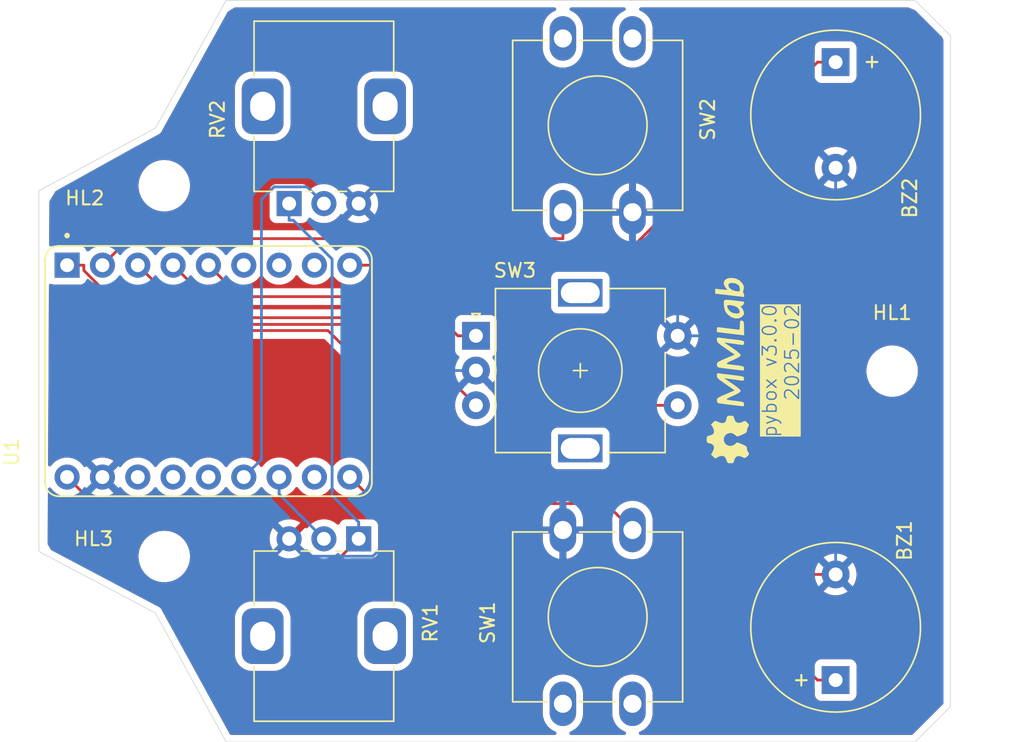
<source format=kicad_pcb>
(kicad_pcb (version 20240108) (generator "pcbnew") (generator_version "8.0")
  (layers (0 "F.Cu" signal) (31 "B.Cu" signal) (34 "B.Paste" user) (35 "F.Paste" user) (36 "B.SilkS" user "B.Silkscreen") (37 "F.SilkS" user "F.Silkscreen") (38 "B.Mask" user) (39 "F.Mask" user) (44 "Edge.Cuts" user))
  (net 0 "")
  (net 1 "VCC")
  (net 2 "Net-(U1-GP26)")
  (net 3 "GND")
  (net 4 "Net-(U1-GP27)")
  (net 6 "Net-(U1-GP0)")
  (net 8 "Net-(U1-GP1)")
  (net 11 "Net-(U1-GP4)")
  (net 13 "Net-(BZ1-+)")
  (net 15 "Net-(U1-GP2)")
  (net 16 "Net-(BZ2-+)")
  (net 18 "Net-(U1-GP3)")
  (footprint "Potentiometer_THT:Potentiometer_Alps_RK09K_Single_Vertical" (layer "F.Cu") (at 196.3 76.85 90)
    (property "Reference" "RV2" (at 6.05 -5.15 90) (layer "F.SilkS"))
    (property "Value" "R_Potentiometer")
    (fp_line (start 13.12 -2.521) (end 13.12 7.52) (stroke (width 0.12)) (layer "F.SilkS"))
    (fp_line (start 9.184 -2.521) (end 13.12 -2.521) (stroke (width 0.12)) (layer "F.SilkS"))
    (fp_line (start 0.88 -2.521) (end 4.817 -2.521) (stroke (width 0.12)) (layer "F.SilkS"))
    (fp_line (start 0.88 -2.521) (end 0.88 -1.2) (stroke (width 0.12)) (layer "F.SilkS"))
    (fp_line (start 0.88 1.25) (end 0.88 1.63) (stroke (width 0.12)) (layer "F.SilkS"))
    (fp_line (start 0.88 3.371) (end 0.88 4.13) (stroke (width 0.12)) (layer "F.SilkS"))
    (fp_line (start 0.88 5.87) (end 0.88 7.52) (stroke (width 0.12)) (layer "F.SilkS"))
    (fp_line (start 9.184 7.52) (end 13.12 7.52) (stroke (width 0.12)) (layer "F.SilkS"))
    (fp_line (start 0.88 7.52) (end 4.817 7.52) (stroke (width 0.12)) (layer "F.SilkS"))
    (pad "1" thru_hole rect (at 0 0 90) (size 1.8 1.8) (drill 1) (layers "*.Cu" "*.Mask") (net 1 "VCC"))
    (pad "2" thru_hole circle (at 0 2.5 90) (size 1.8 1.8) (drill 1) (layers "*.Cu" "*.Mask") (net 4 "Net-(U1-GP27)"))
    (pad "3" thru_hole circle (at 0 5 90) (size 1.8 1.8) (drill 1) (layers "*.Cu" "*.Mask") (net 3 "GND"))
    (pad "MP" thru_hole roundrect (at 7 -1.9 90) (size 4 3) (drill oval 2.1 1.8) (layers "*.Cu" "*.Mask"))
    (pad "MP" thru_hole roundrect (at 7 6.9 90) (size 4 3) (drill oval 2.1 1.8) (layers "*.Cu" "*.Mask"))
  )
  (footprint "MuComponents:OHMMLab" (layer "F.Cu") (at 227.965 88.860001 90)
    (property "Reference" "G***" (hide yes))
    (property "Value" "LOGO" (hide yes))
    (fp_poly (pts (xy 3.07106 -0.903536) (xy 3.121446 -0.869843) (xy 3.114258 -0.793504) (xy 3.094682 -0.621236) (xy 3.065705 -0.378551) (xy 3.030312 -0.09096) (xy 3.030128 -0.089481) (xy 2.994683 0.197991) (xy 2.965569 0.440408) (xy 2.945782 0.612358) (xy 2.938322 0.688433) (xy 2.938321 0.688554) (xy 2.993393 0.713693) (xy 3.135971 0.730366) (xy 3.274458 0.734458) (xy 3.47865 0.741868) (xy 3.581368 0.773657) (xy 3.603139 0.844163) (xy 3.573934 0.943669) (xy 3.530227 0.993446) (xy 3.430317 1.023331) (xy 3.250642 1.037549) (xy 3.034032 1.040482) (xy 2.53128 1.040482) (xy 2.580031 0.627349) (xy 2.611197 0.366705) (xy 2.650283 0.044662) (xy 2.689989 -0.278717) (xy 2.699057 -0.351928) (xy 2.769331 -0.918072) (xy 2.945389 -0.918072)) (fill solid) (layer "F.SilkS"))
    (fp_poly (pts (xy 5.839719 -0.600489) (xy 5.796364 -0.160497) (xy 5.966677 -0.294465) (xy 6.185475 -0.4114) (xy 6.381988 -0.415612) (xy 6.539478 -0.316665) (xy 6.641203 -0.12412) (xy 6.671326 0.108063) (xy 6.62099 0.448687) (xy 6.476629 0.730313) (xy 6.248208 0.934214) (xy 6.224491 0.947771) (xy 6.059392 1.02333) (xy 5.92933 1.031948) (xy 5.817316 0.999091) (xy 5.673626 0.964266) (xy 5.596894 0.984693) (xy 5.514682 1.029313) (xy 5.426347 1.040482) (xy 5.290279 1.040482) (xy 5.336571 0.639951) (xy 5.69349 0.639951) (xy 5.715014 0.713218) (xy 5.795159 0.733519) (xy 5.863232 0.734458) (xy 6.030038 0.704052) (xy 6.146621 0.638371) (xy 6.263938 0.439027) (xy 6.299778 0.171791) (xy 6.293574 0.083901) (xy 6.255887 -0.046308) (xy 6.163489 -0.090287) (xy 6.127087 -0.091807) (xy 5.967587 -0.034754) (xy 5.831353 0.120031) (xy 5.736307 0.347989) (xy 5.71011 0.479636) (xy 5.69349 0.639951) (xy 5.336571 0.639951) (xy 5.410535 0) (xy 5.530791 -1.040482) (xy 5.706933 -1.040482) (xy 5.883075 -1.040482)) (fill solid) (layer "F.SilkS"))
    (fp_poly (pts (xy 4.947407 -0.417522) (xy 5.05659 -0.38524) (xy 5.085105 -0.323425) (xy 5.09099 -0.184239) (xy 5.073971 0.047658) (xy 5.044212 0.306024) (xy 5.010644 0.575492) (xy 4.983308 0.799489) (xy 4.965543 0.950364) (xy 4.960513 0.998835) (xy 4.917242 1.047499) (xy 4.824443 1.031096) (xy 4.722395 0.96774) (xy 4.651373 0.875548) (xy 4.644875 0.856867) (xy 4.612695 0.770012) (xy 4.596463 0.77879) (xy 4.538853 0.859723) (xy 4.407327 0.946323) (xy 4.246723 1.014558) (xy 4.108205 1.040482) (xy 3.988493 0.995053) (xy 3.865086 0.885138) (xy 3.860346 0.879216) (xy 3.75183 0.649701) (xy 3.748564 0.492599) (xy 4.10194 0.492599) (xy 4.116606 0.644657) (xy 4.144108 0.696236) (xy 4.253685 0.729325) (xy 4.396212 0.678463) (xy 4.532573 0.558648) (xy 4.545048 0.542534) (xy 4.615458 0.407448) (xy 4.669939 0.23178) (xy 4.702657 0.051612) (xy 4.707783 -0.096975) (xy 4.679485 -0.177901) (xy 4.662406 -0.183615) (xy 4.486294 -0.135671) (xy 4.308615 -0.01647) (xy 4.18794 0.131286) (xy 4.127003 0.304915) (xy 4.10194 0.492599) (xy 3.748564 0.492599) (xy 3.746422 0.389547) (xy 3.837587 0.12254) (xy 4.018786 -0.127536) (xy 4.174691 -0.264548) (xy 4.325187 -0.336408) (xy 4.533731 -0.389907) (xy 4.755934 -0.41897)) (fill solid) (layer "F.SilkS"))
    (fp_poly (pts (xy 2.331668 -0.910206) (xy 2.376715 -0.862882) (xy 2.370292 -0.740517) (xy 2.362545 -0.688554) (xy 2.339215 -0.521426) (xy 2.307859 -0.276999) (xy 2.274113 0.000379) (xy 2.263387 0.091807) (xy 2.221354 0.449928) (xy 2.188385 0.704239) (xy 2.159291 0.872506) (xy 2.128884 0.972498) (xy 2.091976 1.021982) (xy 2.043381 1.038724) (xy 1.986384 1.040482) (xy 1.904143 1.035243) (xy 1.858014 1.003667) (xy 1.843686 0.921967) (xy 1.856848 0.766357) (xy 1.892113 0.520241) (xy 1.930191 0.262634) (xy 1.967588 0.004028) (xy 1.985443 -0.12241) (xy 2.023729 -0.397831) (xy 1.623 0.198916) (xy 1.409837 0.501046) (xy 1.246602 0.698635) (xy 1.135187 0.789481) (xy 1.109705 0.795663) (xy 1.038563 0.761324) (xy 0.953513 0.648915) (xy 0.845506 0.444349) (xy 0.750183 0.23603) (xy 0.636592 -0.017638) (xy 0.557937 -0.167795) (xy 0.504638 -0.210874) (xy 0.467111 -0.143307) (xy 0.435775 0.038475) (xy 0.401047 0.338039) (xy 0.397832 0.367229) (xy 0.362954 0.661998) (xy 0.330754 0.855729) (xy 0.29347 0.969349) (xy 0.243341 1.023784) (xy 0.172608 1.039959) (xy 0.148149 1.040482) (xy 0.035389 1.025141) (xy 0 0.997047) (xy 0.007343 0.905488) (xy 0.027059 0.720968) (xy 0.05568 0.471903) (xy 0.089738 0.186711) (xy 0.125762 -0.106189) (xy 0.160285 -0.378381) (xy 0.189839 -0.601446) (xy 0.210954 -0.746966) (xy 0.216948 -0.780362) (xy 0.275286 -0.885728) (xy 0.408246 -0.91794) (xy 0.422063 -0.918072) (xy 0.493103 -0.913897) (xy 0.552701 -0.890798) (xy 0.610558 -0.832911) (xy 0.676375 -0.724377) (xy 0.759853 -0.549333) (xy 0.870693 -0.291918) (xy 1.01036 0.043828) (xy 1.142476 0.363077) (xy 1.58414 -0.277498) (xy 1.771124 -0.544812) (xy 1.907238 -0.725988) (xy 2.008519 -0.837392) (xy 2.091002 -0.895393) (xy 2.170726 -0.916358) (xy 2.211776 -0.918072)) (fill solid) (layer "F.SilkS"))
    (fp_poly (pts (xy -0.238935 -0.910206) (xy -0.193888 -0.862882) (xy -0.20031 -0.740517) (xy -0.208058 -0.688554) (xy -0.231387 -0.521426) (xy -0.262743 -0.276999) (xy -0.296489 0.000379) (xy -0.307215 0.091807) (xy -0.349248 0.449928) (xy -0.382217 0.704239) (xy -0.411312 0.872506) (xy -0.441719 0.972498) (xy -0.478626 1.021982) (xy -0.527222 1.038724) (xy -0.584219 1.040482) (xy -0.666459 1.035243) (xy -0.712588 1.003667) (xy -0.726916 0.921967) (xy -0.713754 0.766357) (xy -0.67849 0.520241) (xy -0.640411 0.262634) (xy -0.603015 0.004028) (xy -0.58516 -0.12241) (xy -0.546873 -0.397831) (xy -0.947602 0.198916) (xy -1.160765 0.501046) (xy -1.324001 0.698635) (xy -1.435416 0.789481) (xy -1.460897 0.795663) (xy -1.53204 0.761324) (xy -1.617089 0.648915) (xy -1.725097 0.444349) (xy -1.82042 0.23603) (xy -1.934011 -0.017638) (xy -2.012665 -0.167795) (xy -2.065964 -0.210874) (xy -2.103491 -0.143307) (xy -2.134828 0.038475) (xy -2.169556 0.338039) (xy -2.172771 0.367229) (xy -2.207648 0.661998) (xy -2.239849 0.855729) (xy -2.277133 0.969349) (xy -2.327261 1.023784) (xy -2.397994 1.039959) (xy -2.422453 1.040482) (xy -2.535213 1.025141) (xy -2.570602 0.997047) (xy -2.563259 0.905488) (xy -2.543543 0.720968) (xy -2.514922 0.471903) (xy -2.480865 0.186711) (xy -2.44484 -0.106189) (xy -2.410317 -0.378381) (xy -2.380763 -0.601446) (xy -2.359648 -0.746966) (xy -2.353654 -0.780362) (xy -2.295316 -0.885728) (xy -2.162356 -0.91794) (xy -2.148539 -0.918072) (xy -2.077499 -0.913897) (xy -2.017901 -0.890798) (xy -1.960044 -0.832911) (xy -1.894227 -0.724377) (xy -1.810749 -0.549333) (xy -1.69991 -0.291918) (xy -1.560243 0.043828) (xy -1.428126 0.363077) (xy -0.986463 -0.277498) (xy -0.799478 -0.544812) (xy -0.663364 -0.725988) (xy -0.562084 -0.837392) (xy -0.4796 -0.895393) (xy -0.399876 -0.916358) (xy -0.358827 -0.918072)) (fill solid) (layer "F.SilkS"))
    (fp_poly (pts (xy -4.800732 -1.643505) (xy -4.723859 -1.594438) (xy -4.684751 -1.472344) (xy -4.677224 -1.433485) (xy -4.59717 -1.227445) (xy -4.45807 -1.127386) (xy -4.266201 -1.135763) (xy -4.10213 -1.208451) (xy -3.871982 -1.340908) (xy -3.728799 -1.188496) (xy -3.639062 -1.084011) (xy -3.619295 -1.002776) (xy -3.664764 -0.889795) (xy -3.697747 -0.82787) (xy -3.776477 -0.596766) (xy -3.769862 -0.460219) (xy -3.734985 -0.356606) (xy -3.673467 -0.294529) (xy -3.550399 -0.250364) (xy -3.412168 -0.218163) (xy -3.301296 -0.178174) (xy -3.253652 -0.096858) (xy -3.243855 0.055559) (xy -3.253195 0.211514) (xy -3.303335 0.287737) (xy -3.427455 0.326668) (xy -3.460839 0.333107) (xy -3.659024 0.416786) (xy -3.758635 0.565873) (xy -3.753579 0.765581) (xy -3.696707 0.905548) (xy -3.630588 1.042365) (xy -3.631343 1.129657) (xy -3.707326 1.225415) (xy -3.748812 1.267235) (xy -3.859601 1.369015) (xy -3.938295 1.391244) (xy -4.037691 1.342563) (xy -4.072217 1.320158) (xy -4.220522 1.252722) (xy -4.345007 1.24169) (xy -4.417669 1.232067) (xy -4.49115 1.149928) (xy -4.58061 0.976021) (xy -4.614222 0.899855) (xy -4.698185 0.700542) (xy -4.736098 0.580521) (xy -4.730563 0.506754) (xy -4.684185 0.446209) (xy -4.652348 0.416026) (xy -4.521409 0.227848) (xy -4.489618 0.025835) (xy -4.542107 -0.164607) (xy -4.664009 -0.318071) (xy -4.840454 -0.409152) (xy -5.056574 -0.412441) (xy -5.125761 -0.392921) (xy -5.305013 -0.273521) (xy -5.404478 -0.091138) (xy -5.418296 0.119643) (xy -5.340608 0.32424) (xy -5.262832 0.416026) (xy -5.199698 0.48104) (xy -5.176289 0.545076) (xy -5.195209 0.641169) (xy -5.25906 0.802353) (xy -5.300958 0.899855) (xy -5.397647 1.105249) (xy -5.473469 1.213709) (xy -5.54423 1.245087) (xy -5.572608 1.241054) (xy -5.703695 1.252349) (xy -5.824263 1.309762) (xy -5.946129 1.386553) (xy -6.029395 1.391013) (xy -6.123585 1.315596) (xy -6.181031 1.255396) (xy -6.27178 1.148469) (xy -6.289417 1.06452) (xy -6.239888 0.945939) (xy -6.217353 0.903469) (xy -6.146463 0.681054) (xy -6.184068 0.499747) (xy -6.323844 0.374767) (xy -6.454342 0.333107) (xy -6.596714 0.295787) (xy -6.657599 0.228131) (xy -6.671237 0.087115) (xy -6.671325 0.060473) (xy -6.661079 -0.093592) (xy -6.606627 -0.171718) (xy -6.472399 -0.218375) (xy -6.442534 -0.225562) (xy -6.238992 -0.318058) (xy -6.140981 -0.469651) (xy -6.151449 -0.672652) (xy -6.214068 -0.821621) (xy -6.329565 -1.036085) (xy -6.186382 -1.188496) (xy -6.043199 -1.340908) (xy -5.81305 -1.208451) (xy -5.58766 -1.121932) (xy -5.410603 -1.145584) (xy -5.288156 -1.276953) (xy -5.237956 -1.433485) (xy -5.201449 -1.575533) (xy -5.13623 -1.637481) (xy -5.000078 -1.652314) (xy -4.95759 -1.65253)) (fill solid) (layer "F.SilkS"))
  )
  (footprint "MountingHole:MountingHole_3.2mm_M3" (layer "F.Cu") (at 187.325 75.565)
    (property "Reference" "HL2" (at -5.715 0.889 0) (layer "F.SilkS"))
    (property "Value" "MountingHole_3.2mm_M3")
    (pad "" np_thru_hole circle (at 0 0) (size 3.2 3.2) (drill 3.2) (layers "*.Cu" "*.Mask"))
  )
  (footprint "Potentiometer_THT:Potentiometer_Alps_RK09K_Single_Vertical" (layer "F.Cu") (at 201.3 100.965 -90)
    (property "Reference" "RV1" (at 6.05 -5.15 90) (layer "F.SilkS"))
    (property "Value" "R_Potentiometer")
    (fp_line (start 0.88 7.52) (end 4.817 7.52) (stroke (width 0.12)) (layer "F.SilkS"))
    (fp_line (start 9.184 7.52) (end 13.12 7.52) (stroke (width 0.12)) (layer "F.SilkS"))
    (fp_line (start 0.88 5.87) (end 0.88 7.52) (stroke (width 0.12)) (layer "F.SilkS"))
    (fp_line (start 0.88 3.371) (end 0.88 4.13) (stroke (width 0.12)) (layer "F.SilkS"))
    (fp_line (start 0.88 1.25) (end 0.88 1.63) (stroke (width 0.12)) (layer "F.SilkS"))
    (fp_line (start 0.88 -2.521) (end 0.88 -1.2) (stroke (width 0.12)) (layer "F.SilkS"))
    (fp_line (start 0.88 -2.521) (end 4.817 -2.521) (stroke (width 0.12)) (layer "F.SilkS"))
    (fp_line (start 9.184 -2.521) (end 13.12 -2.521) (stroke (width 0.12)) (layer "F.SilkS"))
    (fp_line (start 13.12 -2.521) (end 13.12 7.52) (stroke (width 0.12)) (layer "F.SilkS"))
    (pad "1" thru_hole rect (at 0 0 270) (size 1.8 1.8) (drill 1) (layers "*.Cu" "*.Mask") (net 1 "VCC"))
    (pad "2" thru_hole circle (at 0 2.5 270) (size 1.8 1.8) (drill 1) (layers "*.Cu" "*.Mask") (net 2 "Net-(U1-GP26)"))
    (pad "3" thru_hole circle (at 0 5 270) (size 1.8 1.8) (drill 1) (layers "*.Cu" "*.Mask") (net 3 "GND"))
    (pad "MP" thru_hole roundrect (at 7 -1.9 270) (size 4 3) (drill oval 2.1 1.8) (layers "*.Cu" "*.Mask"))
    (pad "MP" thru_hole roundrect (at 7 6.9 270) (size 4 3) (drill oval 2.1 1.8) (layers "*.Cu" "*.Mask"))
  )
  (footprint "MountingHole:MountingHole_3.2mm_M3" (layer "F.Cu") (at 187.325 102.235)
    (property "Reference" "HL3" (at -5.08 -1.27 0) (layer "F.SilkS"))
    (property "Value" "MountingHole_3.2mm_M3")
    (pad "" np_thru_hole circle (at 0 0) (size 3.2 3.2) (drill 3.2) (layers "*.Cu" "*.Mask"))
  )
  (footprint "MountingHole:MountingHole_3.2mm_M3" (layer "F.Cu") (at 239.649 88.9)
    (property "Reference" "HL1" (at 0 -4.2 0) (layer "F.SilkS"))
    (property "Value" "MountingHole_3.2mm_M3")
    (pad "" np_thru_hole circle (at 0 0) (size 3.2 3.2) (drill 3.2) (layers "*.Cu" "*.Mask"))
  )
  (footprint "Rotary_Encoder:RotaryEncoder_Alps_EC11E-Switch_Vertical_H20mm" (layer "F.Cu") (at 209.73 86.36)
    (property "Reference" "SW3" (at 2.8 -4.7 0) (layer "F.SilkS"))
    (property "Value" "RotaryEncoder_Switch")
    (fp_line (start -0.3 -1.6) (end 0.3 -1.6) (stroke (width 0.12)) (layer "F.SilkS"))
    (fp_line (start 0 -1.3) (end -0.3 -1.6) (stroke (width 0.12)) (layer "F.SilkS"))
    (fp_line (start 0.3 -1.6) (end 0 -1.3) (stroke (width 0.12)) (layer "F.SilkS"))
    (fp_line (start 1.4 -3.4) (end 1.4 8.4) (stroke (width 0.12)) (layer "F.SilkS"))
    (fp_line (start 5.5 -3.4) (end 1.4 -3.4) (stroke (width 0.12)) (layer "F.SilkS"))
    (fp_line (start 5.5 8.4) (end 1.4 8.4) (stroke (width 0.12)) (layer "F.SilkS"))
    (fp_line (start 7 2.5) (end 8 2.5) (stroke (width 0.12)) (layer "F.SilkS"))
    (fp_line (start 7.5 2) (end 7.5 3) (stroke (width 0.12)) (layer "F.SilkS"))
    (fp_line (start 9.5 -3.4) (end 13.6 -3.4) (stroke (width 0.12)) (layer "F.SilkS"))
    (fp_line (start 13.6 -3.4) (end 13.6 -1) (stroke (width 0.12)) (layer "F.SilkS"))
    (fp_line (start 13.6 1.2) (end 13.6 3.8) (stroke (width 0.12)) (layer "F.SilkS"))
    (fp_line (start 13.6 6) (end 13.6 8.4) (stroke (width 0.12)) (layer "F.SilkS"))
    (fp_line (start 13.6 8.4) (end 9.5 8.4) (stroke (width 0.12)) (layer "F.SilkS"))
    (fp_circle (center 7.5 2.5) (end 10.5 2.5) (stroke (width 0.12)) (fill none) (layer "F.SilkS"))
    (pad "A" thru_hole rect (at 0 0) (size 2 2) (drill 1) (layers "*.Cu" "*.Mask") (net 18 "Net-(U1-GP3)"))
    (pad "B" thru_hole circle (at 0 5) (size 2 2) (drill 1) (layers "*.Cu" "*.Mask") (net 15 "Net-(U1-GP2)"))
    (pad "C" thru_hole circle (at 0 2.5) (size 2 2) (drill 1) (layers "*.Cu" "*.Mask") (net 3 "GND"))
    (pad "MP" thru_hole rect (at 7.5 -3.1) (size 3.2 2) (drill oval 2.8 1.5) (layers "*.Cu" "*.Mask"))
    (pad "MP" thru_hole rect (at 7.5 8.1) (size 3.2 2) (drill oval 2.8 1.5) (layers "*.Cu" "*.Mask"))
    (pad "S1" thru_hole circle (at 14.5 5) (size 2 2) (drill 1) (layers "*.Cu" "*.Mask") (net 11 "Net-(U1-GP4)"))
    (pad "S2" thru_hole circle (at 14.5 0) (size 2 2) (drill 1) (layers "*.Cu" "*.Mask") (net 3 "GND"))
  )
  (footprint "Button_Switch_THT:SW_PUSH-12mm" (layer "F.Cu") (at 215.98 112.83 90)
    (property "Reference" "SW1" (at 5.83 -5.41 90) (layer "F.SilkS"))
    (property "Value" "SW_Push")
    (fp_line (start 12.36 -3.61) (end 12.36 -1.1) (stroke (width 0.12)) (layer "F.SilkS"))
    (fp_line (start 0.14 -3.61) (end 12.36 -3.61) (stroke (width 0.12)) (layer "F.SilkS"))
    (fp_line (start 0.14 -3.61) (end 0.14 -1.1) (stroke (width 0.12)) (layer "F.SilkS"))
    (fp_line (start 12.36 1.2) (end 12.36 3.8) (stroke (width 0.12)) (layer "F.SilkS"))
    (fp_line (start 0.14 1.2) (end 0.14 3.8) (stroke (width 0.12)) (layer "F.SilkS"))
    (fp_line (start 12.36 6.1) (end 12.36 8.61) (stroke (width 0.12)) (layer "F.SilkS"))
    (fp_line (start 0.14 6.1) (end 0.14 8.61) (stroke (width 0.12)) (layer "F.SilkS"))
    (fp_line (start 12.36 8.61) (end 0.14 8.61) (stroke (width 0.12)) (layer "F.SilkS"))
    (fp_circle (center 6.25 2.5) (end 9.8 2.5) (stroke (width 0.12)) (fill none) (layer "F.SilkS"))
    (pad "1" thru_hole oval (at 0 0 90) (size 3.2 1.9) (drill 1.3) (layers "*.Cu" "*.Mask"))
    (pad "1" thru_hole oval (at 12.5 0 90) (size 3.2 1.9) (drill 1.3) (layers "*.Cu" "*.Mask") (net 3 "GND"))
    (pad "2" thru_hole oval (at 0 5 90) (size 3.2 1.9) (drill 1.3) (layers "*.Cu" "*.Mask"))
    (pad "2" thru_hole oval (at 12.5 5 90) (size 3.2 1.9) (drill 1.3) (layers "*.Cu" "*.Mask") (net 6 "Net-(U1-GP0)"))
  )
  (footprint "Buzzer_Beeper:Buzzer_12x9.5RM7.6" (layer "F.Cu") (at 235.585 66.675 -90)
    (property "Reference" "BZ2" (at 9.779 -5.334 90) (layer "F.SilkS"))
    (property "Value" "Buzzer")
    (fp_circle (center 3.8 0) (end 9.9 0) (stroke (width 0.12)) (fill none) (layer "F.SilkS"))
    (fp_text user "+" (at -0.01 -2.54 90) (layer "F.SilkS"))
    (pad "1" thru_hole rect (at 0 0 270) (size 2 2) (drill 1) (layers "*.Cu" "*.Mask") (net 16 "Net-(BZ2-+)"))
    (pad "2" thru_hole circle (at 7.6 0 270) (size 2 2) (drill 1) (layers "*.Cu" "*.Mask") (net 3 "GND"))
  )
  (footprint "Button_Switch_THT:SW_PUSH-12mm" (layer "F.Cu") (at 220.98 64.97 -90)
    (property "Reference" "SW2" (at 5.83 -5.41 90) (layer "F.SilkS"))
    (property "Value" "SW_Push")
    (fp_line (start 12.36 8.61) (end 0.14 8.61) (stroke (width 0.12)) (layer "F.SilkS"))
    (fp_line (start 0.14 6.1) (end 0.14 8.61) (stroke (width 0.12)) (layer "F.SilkS"))
    (fp_line (start 12.36 6.1) (end 12.36 8.61) (stroke (width 0.12)) (layer "F.SilkS"))
    (fp_line (start 0.14 1.2) (end 0.14 3.8) (stroke (width 0.12)) (layer "F.SilkS"))
    (fp_line (start 12.36 1.2) (end 12.36 3.8) (stroke (width 0.12)) (layer "F.SilkS"))
    (fp_line (start 0.14 -3.61) (end 0.14 -1.1) (stroke (width 0.12)) (layer "F.SilkS"))
    (fp_line (start 0.14 -3.61) (end 12.36 -3.61) (stroke (width 0.12)) (layer "F.SilkS"))
    (fp_line (start 12.36 -3.61) (end 12.36 -1.1) (stroke (width 0.12)) (layer "F.SilkS"))
    (fp_circle (center 6.25 2.5) (end 9.8 2.5) (stroke (width 0.12)) (fill none) (layer "F.SilkS"))
    (pad "1" thru_hole oval (at 0 0 270) (size 3.2 1.9) (drill 1.3) (layers "*.Cu" "*.Mask"))
    (pad "1" thru_hole oval (at 12.5 0 270) (size 3.2 1.9) (drill 1.3) (layers "*.Cu" "*.Mask") (net 3 "GND"))
    (pad "2" thru_hole oval (at 0 5 270) (size 3.2 1.9) (drill 1.3) (layers "*.Cu" "*.Mask"))
    (pad "2" thru_hole oval (at 12.5 5 270) (size 3.2 1.9) (drill 1.3) (layers "*.Cu" "*.Mask") (net 8 "Net-(U1-GP1)"))
  )
  (footprint "Buzzer_Beeper:Buzzer_12x9.5RM7.6" (layer "F.Cu") (at 235.585 111.125 90)
    (property "Reference" "BZ1" (at 10.033 4.953 90) (layer "F.SilkS"))
    (property "Value" "Buzzer")
    (fp_circle (center 3.8 0) (end 9.9 0) (stroke (width 0.12)) (fill none) (layer "F.SilkS"))
    (fp_text user "+" (at -0.01 -2.54 90) (layer "F.SilkS"))
    (pad "1" thru_hole rect (at 0 0 90) (size 2 2) (drill 1) (layers "*.Cu" "*.Mask") (net 13 "Net-(BZ1-+)"))
    (pad "2" thru_hole circle (at 7.6 0 90) (size 2 2) (drill 1) (layers "*.Cu" "*.Mask") (net 3 "GND"))
  )
  (footprint "RP2040-ZERO:MODULE_RP2040-ZERO_reduced" (layer "F.Cu") (at 190.5 88.9 90)
    (property "Reference" "U1" (at -5.825 -14.135 90) (layer "F.SilkS"))
    (property "Value" "RP2040-ZERO")
    (fp_line (start 8 -11.75) (end -8 -11.75) (stroke (width 0.127)) (layer "F.SilkS"))
    (fp_line (start -9 -10.75) (end -9 10.75) (stroke (width 0.127)) (layer "F.SilkS"))
    (fp_line (start 9 10.75) (end 9 -10.75) (stroke (width 0.127)) (layer "F.SilkS"))
    (fp_line (start -8 11.75) (end 8 11.75) (stroke (width 0.127)) (layer "F.SilkS"))
    (fp_arc (start 8 -11.75) (mid 8.707107 -11.457107) (end 9 -10.75) (stroke (width 0.127)) (layer "F.SilkS"))
    (fp_arc (start -9 -10.75) (mid -8.707107 -11.457107) (end -8 -11.75) (stroke (width 0.127)) (layer "F.SilkS"))
    (fp_arc (start 9 10.75) (mid 8.707107 11.457107) (end 8 11.75) (stroke (width 0.127)) (layer "F.SilkS"))
    (fp_arc (start -8 11.75) (mid -8.707107 11.457107) (end -9 10.75) (stroke (width 0.127)) (layer "F.SilkS"))
    (fp_circle (center 9.75 -10.16) (end 9.85 -10.16) (stroke (width 0.2)) (fill none) (layer "F.SilkS"))
    (pad "1" thru_hole rect (at 7.62 -10.16 90) (size 1.8 1.8) (drill 1) (layers "*.Cu" "*.Mask") (net 6 "Net-(U1-GP0)"))
    (pad "2" thru_hole circle (at 7.62 -7.62 90) (size 1.8 1.8) (drill 1) (layers "*.Cu" "*.Mask") (net 8 "Net-(U1-GP1)"))
    (pad "3" thru_hole circle (at 7.62 -5.08 90) (size 1.8 1.8) (drill 1) (layers "*.Cu" "*.Mask") (net 15 "Net-(U1-GP2)"))
    (pad "4" thru_hole circle (at 7.62 -2.54 90) (size 1.8 1.8) (drill 1) (layers "*.Cu" "*.Mask") (net 18 "Net-(U1-GP3)"))
    (pad "5" thru_hole circle (at 7.62 0 90) (size 1.8 1.8) (drill 1) (layers "*.Cu" "*.Mask") (net 11 "Net-(U1-GP4)"))
    (pad "6" thru_hole circle (at 7.62 2.54 90) (size 1.8 1.8) (drill 1) (layers "*.Cu" "*.Mask"))
    (pad "7" thru_hole circle (at 7.62 5.08 90) (size 1.8 1.8) (drill 1) (layers "*.Cu" "*.Mask"))
    (pad "8" thru_hole circle (at 7.62 7.62 90) (size 1.8 1.8) (drill 1) (layers "*.Cu" "*.Mask"))
    (pad "9" thru_hole circle (at 7.62 10.16 90) (size 1.8 1.8) (drill 1) (layers "*.Cu" "*.Mask") (net 16 "Net-(BZ2-+)"))
    (pad "15" thru_hole circle (at -7.62 10.16 90) (size 1.8 1.8) (drill 1) (layers "*.Cu" "*.Mask") (net 13 "Net-(BZ1-+)"))
    (pad "16" thru_hole circle (at -7.62 7.62 90) (size 1.8 1.8) (drill 1) (layers "*.Cu" "*.Mask"))
    (pad "17" thru_hole circle (at -7.62 5.08 90) (size 1.8 1.8) (drill 1) (layers "*.Cu" "*.Mask") (net 2 "Net-(U1-GP26)"))
    (pad "18" thru_hole circle (at -7.62 2.54 90) (size 1.8 1.8) (drill 1) (layers "*.Cu" "*.Mask") (net 4 "Net-(U1-GP27)"))
    (pad "19" thru_hole circle (at -7.62 0 90) (size 1.8 1.8) (drill 1) (layers "*.Cu" "*.Mask"))
    (pad "20" thru_hole circle (at -7.62 -2.54 90) (size 1.8 1.8) (drill 1) (layers "*.Cu" "*.Mask"))
    (pad "21" thru_hole circle (at -7.62 -5.08 90) (size 1.8 1.8) (drill 1) (layers "*.Cu" "*.Mask"))
    (pad "22" thru_hole circle (at -7.62 -7.62 90) (size 1.8 1.8) (drill 1) (layers "*.Cu" "*.Mask") (net 3 "GND"))
    (pad "23" thru_hole circle (at -7.62 -10.16 90) (size 1.8 1.8) (drill 1) (layers "*.Cu" "*.Mask") (net 1 "VCC"))
  )
  (gr_poly (pts (xy 178.308 75.927206) (xy 186.69 71.426103) (xy 191.77 62.23) (xy 217.805 62.23) (xy 241.3 62.23) (xy 243.84 64.77) (xy 243.84 79.375) (xy 243.84 98.425) (xy 243.84 113.03) (xy 241.3 115.57) (xy 191.77 115.57) (xy 186.69 106.299) (xy 178.308 101.868514)) (stroke (width 0.05)) (fill none) (layer "Edge.Cuts"))
  (gr_text "pybox v3.0.0\n2025-02" (at 233.045 84.000476 90) (layer "F.SilkS" knockout) (effects (font (size 1 1) (thickness 0.1)) (justify right bottom)))
  (segment (start 182.4291 98.6091) (end 180.34 96.52) (width 0.2) (layer "F.Cu") (net 1))
  (segment (start 199.776 102.489) (end 192.786 102.489) (width 0.2) (layer "F.Cu") (net 1))
  (segment (start 192.786 102.489) (end 188.9061 98.6091) (width 0.2) (layer "F.Cu") (net 1))
  (segment (start 188.9061 98.6091) (end 182.4291 98.6091) (width 0.2) (layer "F.Cu") (net 1))
  (segment (start 201.3 100.965) (end 199.776 102.489) (width 0.2) (layer "F.Cu") (net 1))
  (segment (start 201.3 100.965) (end 201.3 99.7633) (width 0.2) (layer "B.Cu") (net 1))
  (segment (start 199.39 97.8533) (end 199.39 80.8413) (width 0.2) (layer "B.Cu") (net 1))
  (segment (start 199.39 80.8413) (end 196.6004 78.0517) (width 0.2) (layer "B.Cu") (net 1))
  (segment (start 196.3 76.85) (end 196.3 78.0517) (width 0.2) (layer "B.Cu") (net 1))
  (segment (start 201.3 99.7633) (end 199.39 97.8533) (width 0.2) (layer "B.Cu") (net 1))
  (segment (start 196.6004 78.0517) (end 196.3 78.0517) (width 0.2) (layer "B.Cu") (net 1))
  (segment (start 198.8 100.965) (end 195.58 97.745) (width 0.2) (layer "B.Cu") (net 2))
  (segment (start 195.58 97.745) (end 195.58 96.52) (width 0.2) (layer "B.Cu") (net 2))
  (segment (start 196.3 100.965) (end 193.4689 98.1339) (width 0.2) (layer "F.Cu") (net 3))
  (segment (start 184.4939 98.1339) (end 182.88 96.52) (width 0.2) (layer "F.Cu") (net 3))
  (segment (start 193.4689 98.1339) (end 184.4939 98.1339) (width 0.2) (layer "F.Cu") (net 3))
  (segment (start 224.7639 86.8939) (end 224.23 86.36) (width 0.2) (layer "F.Cu") (net 3))
  (segment (start 217.2733 103.525) (end 215.98 102.2317) (width 0.2) (layer "F.Cu") (net 3))
  (segment (start 215.98 100.33) (end 215.98 102.2317) (width 0.2) (layer "F.Cu") (net 3))
  (segment (start 235.585 103.525) (end 217.2733 103.525) (width 0.2) (layer "F.Cu") (net 3))
  (segment (start 209.73 88.86) (end 204.5298 88.86) (width 0.2) (layer "B.Cu") (net 3))
  (segment (start 220.98 79.3717) (end 224.23 82.6217) (width 0.2) (layer "B.Cu") (net 3))
  (segment (start 235.585 86.8939) (end 235.585 103.525) (width 0.2) (layer "B.Cu") (net 3))
  (segment (start 224.23 82.6217) (end 224.23 86.36) (width 0.2) (layer "B.Cu") (net 3))
  (segment (start 224.23 86.36) (end 235.458 86.36) (width 0.2) (layer "B.Cu") (net 3))
  (segment (start 197.5518 102.2168) (end 196.3 100.965) (width 0.2) (layer "B.Cu") (net 3))
  (segment (start 201.3 76.85) (end 204.5298 80.0798) (width 0.2) (layer "B.Cu") (net 3))
  (segment (start 235.585 74.275) (end 235.585 86.487) (width 0.2) (layer "B.Cu") (net 3))
  (segment (start 214.7699 93.8999) (end 209.73 88.86) (width 0.2) (layer "B.Cu") (net 3))
  (segment (start 204.5298 80.0798) (end 204.5298 88.86) (width 0.2) (layer "B.Cu") (net 3))
  (segment (start 215.98 100.33) (end 215.98 98.4283) (width 0.2) (layer "B.Cu") (net 3))
  (segment (start 214.7699 97.2182) (end 214.7699 93.8999) (width 0.2) (layer "B.Cu") (net 3))
  (segment (start 204.5298 88.86) (end 204.5298 100.0082) (width 0.2) (layer "B.Cu") (net 3))
  (segment (start 202.3212 102.2168) (end 197.5518 102.2168) (width 0.2) (layer "B.Cu") (net 3))
  (segment (start 220.98 77.47) (end 220.98 79.3717) (width 0.2) (layer "B.Cu") (net 3))
  (segment (start 215.98 98.4283) (end 214.7699 97.2182) (width 0.2) (layer "B.Cu") (net 3))
  (segment (start 204.5298 100.0082) (end 202.3212 102.2168) (width 0.2) (layer "B.Cu") (net 3))
  (segment (start 235.585 86.487) (end 235.585 86.8939) (width 0.2) (layer "B.Cu") (net 3))
  (segment (start 235.458 86.36) (end 235.585 86.487) (width 0.2) (layer "B.Cu") (net 3))
  (segment (start 194.31 76.5543) (end 194.31 95.25) (width 0.2) (layer "B.Cu") (net 4))
  (segment (start 195.216 75.6483) (end 194.31 76.5543) (width 0.2) (layer "B.Cu") (net 4))
  (segment (start 197.5983 75.6483) (end 195.216 75.6483) (width 0.2) (layer "B.Cu") (net 4))
  (segment (start 194.31 95.25) (end 193.04 96.52) (width 0.2) (layer "B.Cu") (net 4))
  (segment (start 198.8 76.85) (end 197.5983 75.6483) (width 0.2) (layer "B.Cu") (net 4))
  (segment (start 219.0783 98.4283) (end 220.98 100.33) (width 0.2) (layer "F.Cu") (net 6))
  (segment (start 199.0928 85.9828) (end 211.5383 98.4283) (width 0.2) (layer "F.Cu") (net 6))
  (segment (start 180.34 81.28) (end 181.5417 81.28) (width 0.2) (layer "F.Cu") (net 6))
  (segment (start 181.5417 81.28) (end 181.5417 81.6556) (width 0.2) (layer "F.Cu") (net 6))
  (segment (start 211.5383 98.4283) (end 219.0783 98.4283) (width 0.2) (layer "F.Cu") (net 6))
  (segment (start 181.5417 81.6556) (end 185.8689 85.9828) (width 0.2) (layer "F.Cu") (net 6))
  (segment (start 185.8689 85.9828) (end 199.0928 85.9828) (width 0.2) (layer "F.Cu") (net 6))
  (segment (start 215.98 77.47) (end 215.98 79.3717) (width 0.2) (layer "F.Cu") (net 8))
  (segment (start 215.98 79.3717) (end 184.7883 79.3717) (width 0.2) (layer "F.Cu") (net 8))
  (segment (start 184.7883 79.3717) (end 182.88 81.28) (width 0.2) (layer "F.Cu") (net 8))
  (segment (start 190.5 81.28) (end 192.7634 83.5434) (width 0.2) (layer "F.Cu") (net 11))
  (segment (start 218.8063 91.36) (end 224.23 91.36) (width 0.2) (layer "F.Cu") (net 11))
  (segment (start 210.9897 83.5434) (end 218.8063 91.36) (width 0.2) (layer "F.Cu") (net 11))
  (segment (start 192.7634 83.5434) (end 210.9897 83.5434) (width 0.2) (layer "F.Cu") (net 11))
  (segment (start 234.2833 111.125) (end 232.9816 109.8233) (width 0.2) (layer "F.Cu") (net 13))
  (segment (start 235.585 111.125) (end 234.2833 111.125) (width 0.2) (layer "F.Cu") (net 13))
  (segment (start 213.9633 109.8233) (end 200.66 96.52) (width 0.2) (layer "F.Cu") (net 13))
  (segment (start 232.9816 109.8233) (end 213.9633 109.8233) (width 0.2) (layer "F.Cu") (net 13))
  (segment (start 189.6799 85.5399) (end 185.42 81.28) (width 0.2) (layer "F.Cu") (net 15))
  (segment (start 203.9099 85.5399) (end 189.6799 85.5399) (width 0.2) (layer "F.Cu") (net 15))
  (segment (start 209.73 91.36) (end 203.9099 85.5399) (width 0.2) (layer "F.Cu") (net 15))
  (segment (start 234.2833 66.675) (end 219.6783 81.28) (width 0.2) (layer "F.Cu") (net 16))
  (segment (start 235.585 66.675) (end 234.2833 66.675) (width 0.2) (layer "F.Cu") (net 16))
  (segment (start 219.6783 81.28) (end 200.66 81.28) (width 0.2) (layer "F.Cu") (net 16))
  (segment (start 208.4283 86.36) (end 207.1266 85.0583) (width 0.2) (layer "F.Cu") (net 18))
  (segment (start 191.7383 85.0583) (end 187.96 81.28) (width 0.2) (layer "F.Cu") (net 18))
  (segment (start 209.73 86.36) (end 208.4283 86.36) (width 0.2) (layer "F.Cu") (net 18))
  (segment (start 207.1266 85.0583) (end 191.7383 85.0583) (width 0.2) (layer "F.Cu") (net 18))
  (zone (net 3) (net_name "GND") (layers "F&B.Cu") (connect_pads (clearance 0.5)) (min_thickness 0.25) (fill yes (thermal_gap 0.5) (thermal_bridge_width 0.5) (smoothing chamfer) (radius 0.5))
    (polygon (pts (xy 179.07 76.2) (xy 187.071 71.755) (xy 191.897 62.738) (xy 241.3 62.738) (xy 243.459 64.897) (xy 243.459 113.03) (xy 241.173 115.316) (xy 191.897 115.316) (xy 186.817 106.172) (xy 178.943 101.854)))
  )
)
</source>
